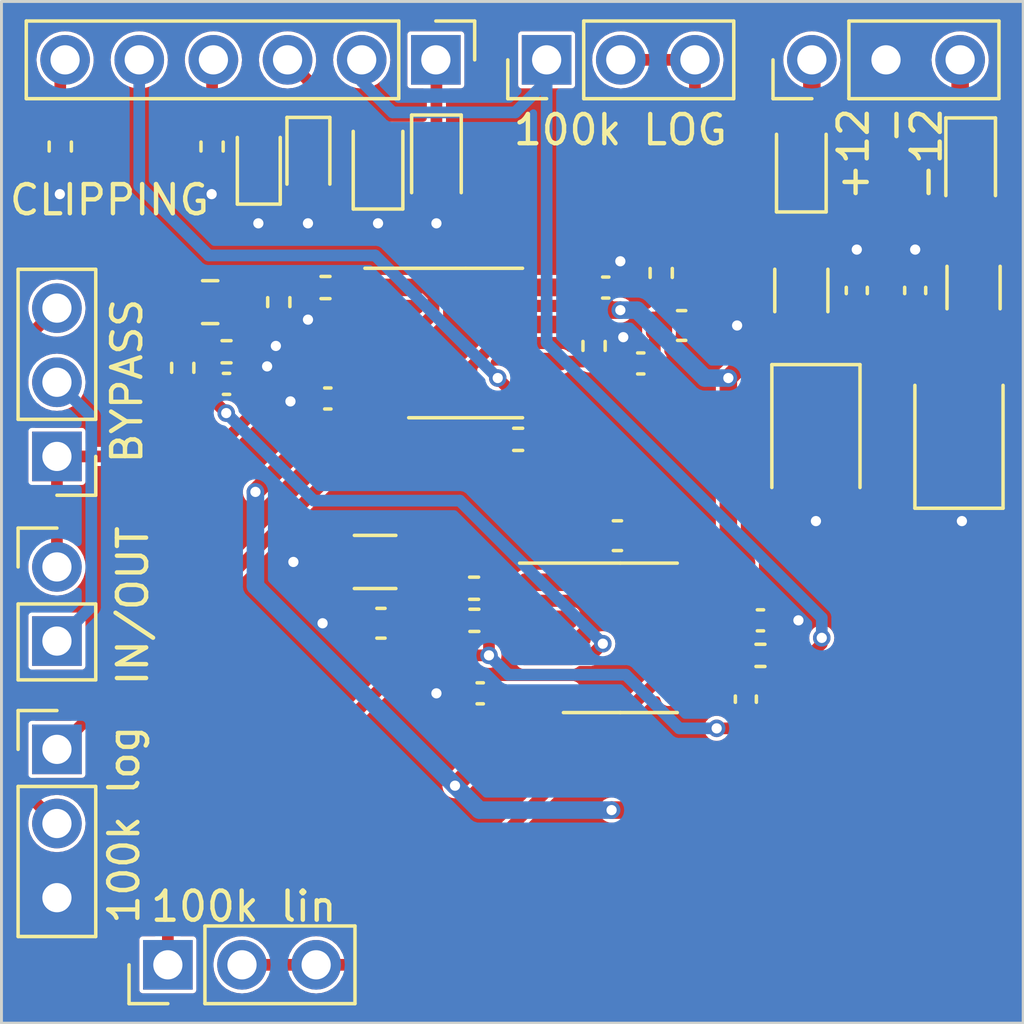
<source format=kicad_pcb>
(kicad_pcb (version 20221018) (generator pcbnew)
  (layers (0 "F.Cu" signal) (31 "B.Cu" signal) (34 "B.Paste" user) (35 "F.Paste" user) (36 "B.SilkS" user "B.Silkscreen") (37 "F.SilkS" user "F.Silkscreen") (38 "B.Mask" user) (39 "F.Mask" user) (44 "Edge.Cuts" user))
  (net 0 "")
  (net 1 "Net-(C1-Pad1)")
  (net 2 "Net-(C1-Pad2)")
  (net 3 "GND")
  (net 4 "/AMP_IN")
  (net 5 "Net-(C3-Pad1)")
  (net 6 "Net-(C3-Pad2)")
  (net 7 "Net-(U1--)")
  (net 8 "Net-(C4-Pad2)")
  (net 9 "Net-(C5-Pad2)")
  (net 10 "Net-(C6-Pad2)")
  (net 11 "Net-(C7-Pad2)")
  (net 12 "/BUFFER_IN")
  (net 13 "+12V")
  (net 14 "-12V")
  (net 15 "Net-(D1-A)")
  (net 16 "Net-(D3-A)")
  (net 17 "/IN")
  (net 18 "/OUT")
  (net 19 "Net-(U2A--)")
  (net 20 "/AMP_OUT")
  (net 21 "Net-(R8-Pad1)")
  (net 22 "Net-(SW1B-C)")
  (net 23 "Net-(SW1B-A)")
  (net 24 "Net-(SW1B-B)")
  (net 25 "Net-(R12-Pad2)")
  (net 26 "/BUFFER_OUT")
  (net 28 "Net-(D5-K)")
  (net 29 "Net-(D5-A)")
  (net 30 "Net-(D6-K)")
  (net 31 "Net-(D6-A)")
  (footprint "Capacitor_SMD:C_0805_2012Metric" (layer "F.Cu") (at 167.15 75.3 180)
    (fp_text reference "C1" hide)
    (fp_text value "22nF" hide)
    (fp_line (start -0.261252 -0.735) (end 0.261252 -0.735) (stroke (width 0.12)) (layer "F.SilkS"))
    (fp_line (start -0.261252 0.735) (end 0.261252 0.735) (stroke (width 0.12)) (layer "F.SilkS"))
    (pad "1" smd roundrect (at -0.95 0 180) (size 1 1.45) (layers "F.Cu" "F.Paste" "F.Mask") (net 1 "Net-(C1-Pad1)"))
    (pad "2" smd roundrect (at 0.95 0 180) (size 1 1.45) (layers "F.Cu" "F.Paste" "F.Mask") (net 2 "Net-(C1-Pad2)"))
  )
  (footprint "Resistor_SMD:R_0402_1005Metric" (layer "F.Cu") (at 180.3 76.8 90)
    (fp_text reference "R9" hide)
    (fp_text value "1M" hide)
    (fp_line (start -0.153641 -0.38) (end 0.153641 -0.38) (stroke (width 0.12)) (layer "F.SilkS"))
    (fp_line (start -0.153641 0.38) (end 0.153641 0.38) (stroke (width 0.12)) (layer "F.SilkS"))
    (pad "1" smd roundrect (at -0.51 0 90) (size 0.54 0.64) (layers "F.Cu" "F.Paste" "F.Mask") (net 12 "/BUFFER_IN"))
    (pad "2" smd roundrect (at 0.51 0 90) (size 0.54 0.64) (layers "F.Cu" "F.Paste" "F.Mask") (net 3 "GND"))
  )
  (footprint "Capacitor_SMD:C_0402_1005Metric" (layer "F.Cu") (at 186 86.2)
    (fp_text reference "C13" hide)
    (fp_text value "100nF" hide)
    (fp_line (start -0.107836 -0.36) (end 0.107836 -0.36) (stroke (width 0.12)) (layer "F.SilkS"))
    (fp_line (start -0.107836 0.36) (end 0.107836 0.36) (stroke (width 0.12)) (layer "F.SilkS"))
    (pad "1" smd roundrect (at -0.48 0) (size 0.56 0.62) (layers "F.Cu" "F.Paste" "F.Mask") (net 13 "+12V"))
    (pad "2" smd roundrect (at 0.48 0) (size 0.56 0.62) (layers "F.Cu" "F.Paste" "F.Mask") (net 3 "GND"))
  )
  (footprint "Resistor_SMD:R_0402_1005Metric" (layer "F.Cu") (at 176.19 85.1)
    (fp_text reference "R6" hide)
    (fp_text value "47" hide)
    (fp_line (start -0.153641 -0.38) (end 0.153641 -0.38) (stroke (width 0.12)) (layer "F.SilkS"))
    (fp_line (start -0.153641 0.38) (end 0.153641 0.38) (stroke (width 0.12)) (layer "F.SilkS"))
    (pad "1" smd roundrect (at -0.51 0) (size 0.54 0.64) (layers "F.Cu" "F.Paste" "F.Mask") (net 9 "Net-(C5-Pad2)"))
    (pad "2" smd roundrect (at 0.51 0) (size 0.54 0.64) (layers "F.Cu" "F.Paste" "F.Mask") (net 7 "Net-(U1--)"))
  )
  (footprint "Connector_PinHeader_2.54mm:PinHeader_1x03_P2.54mm_Vertical" (layer "F.Cu") (at 187.76 67 90)
    (fp_text reference "J1" hide)
    (fp_text value "ALIMENTAZIONE" hide)
    (fp_line (start -1.33 -1.33) (end 0 -1.33) (stroke (width 0.12)) (layer "F.SilkS"))
    (fp_line (start -1.33 0) (end -1.33 -1.33) (stroke (width 0.12)) (layer "F.SilkS"))
    (fp_line (start -1.33 1.27) (end -1.33 6.41) (stroke (width 0.12)) (layer "F.SilkS"))
    (fp_line (start -1.33 1.27) (end 1.33 1.27) (stroke (width 0.12)) (layer "F.SilkS"))
    (fp_line (start -1.33 6.41) (end 1.33 6.41) (stroke (width 0.12)) (layer "F.SilkS"))
    (fp_line (start 1.33 1.27) (end 1.33 6.41) (stroke (width 0.12)) (layer "F.SilkS"))
    (pad "1" thru_hole oval (at 0 0 90) (size 1.7 1.7) (drill 1) (layers "*.Cu" "*.Mask") (net 29 "Net-(D5-A)"))
    (pad "2" thru_hole rect (at 0 2.54 90) (size 1.7 1.7) (drill 1) (layers "*.Cu" "*.Mask") (net 3 "GND"))
    (pad "3" thru_hole oval (at 0 5.08 90) (size 1.7 1.7) (drill 1) (layers "*.Cu" "*.Mask") (net 30 "Net-(D6-K)"))
  )
  (footprint "Resistor_SMD:R_0402_1005Metric" (layer "F.Cu") (at 169.5 75.3 90)
    (fp_text reference "R2" hide)
    (fp_text value "4.7k" hide)
    (fp_line (start -0.153641 -0.38) (end 0.153641 -0.38) (stroke (width 0.12)) (layer "F.SilkS"))
    (fp_line (start -0.153641 0.38) (end 0.153641 0.38) (stroke (width 0.12)) (layer "F.SilkS"))
    (pad "1" smd roundrect (at -0.51 0 90) (size 0.54 0.64) (layers "F.Cu" "F.Paste" "F.Mask") (net 3 "GND"))
    (pad "2" smd roundrect (at 0.51 0 90) (size 0.54 0.64) (layers "F.Cu" "F.Paste" "F.Mask") (net 1 "Net-(C1-Pad1)"))
  )
  (footprint "Resistor_SMD:R_0402_1005Metric" (layer "F.Cu") (at 171.1 74.8 180)
    (fp_text reference "R1" hide)
    (fp_text value "100k" hide)
    (fp_line (start -0.153641 -0.38) (end 0.153641 -0.38) (stroke (width 0.12)) (layer "F.SilkS"))
    (fp_line (start -0.153641 0.38) (end 0.153641 0.38) (stroke (width 0.12)) (layer "F.SilkS"))
    (pad "1" smd roundrect (at -0.51 0 180) (size 0.54 0.64) (layers "F.Cu" "F.Paste" "F.Mask") (net 19 "Net-(U2A--)"))
    (pad "2" smd roundrect (at 0.51 0 180) (size 0.54 0.64) (layers "F.Cu" "F.Paste" "F.Mask") (net 1 "Net-(C1-Pad1)"))
  )
  (footprint "Capacitor_SMD:C_0402_1005Metric" (layer "F.Cu") (at 180.7 74.8)
    (fp_text reference "C15" hide)
    (fp_text value "100nF" hide)
    (fp_line (start -0.107836 -0.36) (end 0.107836 -0.36) (stroke (width 0.12)) (layer "F.SilkS"))
    (fp_line (start -0.107836 0.36) (end 0.107836 0.36) (stroke (width 0.12)) (layer "F.SilkS"))
    (pad "1" smd roundrect (at -0.48 0) (size 0.56 0.62) (layers "F.Cu" "F.Paste" "F.Mask") (net 13 "+12V"))
    (pad "2" smd roundrect (at 0.48 0) (size 0.56 0.62) (layers "F.Cu" "F.Paste" "F.Mask") (net 3 "GND"))
  )
  (footprint "Resistor_SMD:R_1206_3216Metric" (layer "F.Cu") (at 193.3 74.8 90)
    (fp_text reference "R14" hide)
    (fp_text value "10" hide)
    (fp_line (start -0.727064 -0.91) (end 0.727064 -0.91) (stroke (width 0.12)) (layer "F.SilkS"))
    (fp_line (start -0.727064 0.91) (end 0.727064 0.91) (stroke (width 0.12)) (layer "F.SilkS"))
    (pad "1" smd roundrect (at -1.4625 0 90) (size 1.125 1.75) (layers "F.Cu" "F.Paste" "F.Mask") (roundrect_rratio 0.222222) (net 14 "-12V"))
    (pad "2" smd roundrect (at 1.4625 0 90) (size 1.125 1.75) (layers "F.Cu" "F.Paste" "F.Mask") (roundrect_rratio 0.222222) (net 31 "Net-(D6-A)"))
  )
  (footprint "Resistor_SMD:R_0402_1005Metric" (layer "F.Cu") (at 186 87.4)
    (fp_text reference "R7" hide)
    (fp_text value "1k" hide)
    (fp_line (start -0.153641 -0.38) (end 0.153641 -0.38) (stroke (width 0.12)) (layer "F.SilkS"))
    (fp_line (start -0.153641 0.38) (end 0.153641 0.38) (stroke (width 0.12)) (layer "F.SilkS"))
    (pad "1" smd roundrect (at -0.51 0) (size 0.54 0.64) (layers "F.Cu" "F.Paste" "F.Mask") (net 8 "Net-(C4-Pad2)"))
    (pad "2" smd roundrect (at 0.51 0) (size 0.54 0.64) (layers "F.Cu" "F.Paste" "F.Mask") (net 20 "/AMP_OUT"))
  )
  (footprint "Connector_PinHeader_2.54mm:PinHeader_1x06_P2.54mm_Vertical" (layer "F.Cu") (at 174.88 67 -90)
    (fp_text reference "SW1" hide)
    (fp_text value "CLIPPING" (at 4.8 11.18 -180) (layer "F.SilkS"))
    (fp_line (start -1.33 -1.33) (end 0 -1.33) (stroke (width 0.12)) (layer "F.SilkS"))
    (fp_line (start -1.33 0) (end -1.33 -1.33) (stroke (width 0.12)) (layer "F.SilkS"))
    (fp_line (start -1.33 1.27) (end -1.33 14.03) (stroke (width 0.12)) (layer "F.SilkS"))
    (fp_line (start -1.33 1.27) (end 1.33 1.27) (stroke (width 0.12)) (layer "F.SilkS"))
    (fp_line (start -1.33 14.03) (end 1.33 14.03) (stroke (width 0.12)) (layer "F.SilkS"))
    (fp_line (start 1.33 1.27) (end 1.33 14.03) (stroke (width 0.12)) (layer "F.SilkS"))
    (pad "1" thru_hole rect (at 0 0 270) (size 1.7 1.7) (drill 1) (layers "*.Cu" "*.Mask") (net 15 "Net-(D1-A)"))
    (pad "2" thru_hole oval (at 0 2.54 270) (size 1.7 1.7) (drill 1) (layers "*.Cu" "*.Mask") (net 20 "/AMP_OUT"))
    (pad "3" thru_hole oval (at 0 5.08 270) (size 1.7 1.7) (drill 1) (layers "*.Cu" "*.Mask") (net 16 "Net-(D3-A)"))
    (pad "4" thru_hole oval (at 0 7.62 270) (size 1.7 1.7) (drill 1) (layers "*.Cu" "*.Mask") (net 23 "Net-(SW1B-A)"))
    (pad "5" thru_hole oval (at 0 10.16 270) (size 1.7 1.7) (drill 1) (layers "*.Cu" "*.Mask") (net 24 "Net-(SW1B-B)"))
    (pad "6" thru_hole oval (at 0 12.7 270) (size 1.7 1.7) (drill 1) (layers "*.Cu" "*.Mask") (net 22 "Net-(SW1B-C)"))
  )
  (footprint "Capacitor_Tantalum_SMD:CP_EIA-3528-12_Kemet-T" (layer "F.Cu") (at 187.9 79.9 -90)
    (fp_text reference "C9" hide)
    (fp_text value "47uF" hide)
    (fp_line (start -2.46 -1.51) (end -2.46 1.51) (stroke (width 0.12)) (layer "F.SilkS"))
    (fp_line (start -2.46 1.51) (end 1.75 1.51) (stroke (width 0.12)) (layer "F.SilkS"))
    (fp_line (start 1.75 -1.51) (end -2.46 -1.51) (stroke (width 0.12)) (layer "F.SilkS"))
    (pad "1" smd roundrect (at -1.5375 0 270) (size 1.325 2.35) (layers "F.Cu" "F.Paste" "F.Mask") (roundrect_rratio 0.188679) (net 13 "+12V"))
    (pad "2" smd roundrect (at 1.5375 0 270) (size 1.325 2.35) (layers "F.Cu" "F.Paste" "F.Mask") (roundrect_rratio 0.188679) (net 3 "GND"))
  )
  (footprint "LED_SMD:LED_0603_1608Metric" (layer "F.Cu") (at 168.815 70.4575 90)
    (fp_text reference "D3" hide)
    (fp_text value "LED" hide)
    (fp_line (start -1.485 -0.735) (end -1.485 0.735) (stroke (width 0.12)) (layer "F.SilkS"))
    (fp_line (start -1.485 0.735) (end 0.8 0.735) (stroke (width 0.12)) (layer "F.SilkS"))
    (fp_line (start 0.8 -0.735) (end -1.485 -0.735) (stroke (width 0.12)) (layer "F.SilkS"))
    (pad "1" smd roundrect (at -0.7875 0 90) (size 0.875 0.95) (layers "F.Cu" "F.Paste" "F.Mask") (net 3 "GND"))
    (pad "2" smd roundrect (at 0.7875 0 90) (size 0.875 0.95) (layers "F.Cu" "F.Paste" "F.Mask") (net 16 "Net-(D3-A)"))
  )
  (footprint "Connector_PinHeader_2.54mm:PinHeader_1x02_P2.54mm_Vertical" (layer "F.Cu") (at 161.9 84.37)
    (fp_text reference "J2" hide)
    (fp_text value "IN/OUT" (at 2.6 1.33 90) (layer "F.SilkS"))
    (fp_line (start -1.33 -1.33) (end 0 -1.33) (stroke (width 0.12)) (layer "F.SilkS"))
    (fp_line (start -1.33 0) (end -1.33 -1.33) (stroke (width 0.12)) (layer "F.SilkS"))
    (fp_line (start -1.33 1.27) (end -1.33 3.87) (stroke (width 0.12)) (layer "F.SilkS"))
    (fp_line (start -1.33 1.27) (end 1.33 1.27) (stroke (width 0.12)) (layer "F.SilkS"))
    (fp_line (start -1.33 3.87) (end 1.33 3.87) (stroke (width 0.12)) (layer "F.SilkS"))
    (fp_line (start 1.33 1.27) (end 1.33 3.87) (stroke (width 0.12)) (layer "F.SilkS"))
    (pad "1" thru_hole oval (at 0 0) (size 1.7 1.7) (drill 1) (layers "*.Cu" "*.Mask") (net 17 "/IN"))
    (pad "2" thru_hole rect (at 0 2.54) (size 1.7 1.7) (drill 1) (layers "*.Cu" "*.Mask") (net 18 "/OUT"))
  )
  (footprint "Resistor_SMD:R_1206_3216Metric" (layer "F.Cu") (at 187.4 74.9 90)
    (fp_text reference "R13" hide)
    (fp_text value "10" hide)
    (fp_line (start -0.727064 -0.91) (end 0.727064 -0.91) (stroke (width 0.12)) (layer "F.SilkS"))
    (fp_line (start -0.727064 0.91) (end 0.727064 0.91) (stroke (width 0.12)) (layer "F.SilkS"))
    (pad "1" smd roundrect (at -1.4625 0 90) (size 1.125 1.75) (layers "F.Cu" "F.Paste" "F.Mask") (roundrect_rratio 0.222222) (net 13 "+12V"))
    (pad "2" smd roundrect (at 1.4625 0 90) (size 1.125 1.75) (layers "F.Cu" "F.Paste" "F.Mask") (roundrect_rratio 0.222222) (net 28 "Net-(D5-K)"))
  )
  (footprint "Diode_SMD:D_SOD-323" (layer "F.Cu") (at 193.2 70.6 -90)
    (fp_text reference "D6" hide)
    (fp_text value "1N5819WS" hide)
    (fp_line (start -1.61 -0.85) (end -1.61 0.85) (stroke (width 0.12)) (layer "F.SilkS"))
    (fp_line (start -1.61 -0.85) (end 1.05 -0.85) (stroke (width 0.12)) (layer "F.SilkS"))
    (fp_line (start -1.61 0.85) (end 1.05 0.85) (stroke (width 0.12)) (layer "F.SilkS"))
    (pad "1" smd roundrect (at -1.05 0 270) (size 0.6 0.45) (layers "F.Cu" "F.Paste" "F.Mask") (net 30 "Net-(D6-K)"))
    (pad "2" smd roundrect (at 1.05 0 270) (size 0.6 0.45) (layers "F.Cu" "F.Paste" "F.Mask") (net 31 "Net-(D6-A)"))
  )
  (footprint "Capacitor_SMD:C_0402_1005Metric" (layer "F.Cu") (at 171.18 78.6)
    (fp_text reference "C16" hide)
    (fp_text value "100nF" hide)
    (fp_line (start -0.107836 -0.36) (end 0.107836 -0.36) (stroke (width 0.12)) (layer "F.SilkS"))
    (fp_line (start -0.107836 0.36) (end 0.107836 0.36) (stroke (width 0.12)) (layer "F.SilkS"))
    (pad "1" smd roundrect (at -0.48 0) (size 0.56 0.62) (layers "F.Cu" "F.Paste" "F.Mask") (net 3 "GND"))
    (pad "2" smd roundrect (at 0.48 0) (size 0.56 0.62) (layers "F.Cu" "F.Paste" "F.Mask") (net 14 "-12V"))
  )
  (footprint "Capacitor_SMD:C_1206_3216Metric" (layer "F.Cu") (at 172.8 84.2)
    (fp_text reference "C5" hide)
    (fp_text value "2.2uF" hide)
    (fp_line (start -0.711252 -0.91) (end 0.711252 -0.91) (stroke (width 0.12)) (layer "F.SilkS"))
    (fp_line (start -0.711252 0.91) (end 0.711252 0.91) (stroke (width 0.12)) (layer "F.SilkS"))
    (pad "1" smd roundrect (at -1.475 0) (size 1.15 1.8) (layers "F.Cu" "F.Paste" "F.Mask") (roundrect_rratio 0.217391) (net 3 "GND"))
    (pad "2" smd roundrect (at 1.475 0) (size 1.15 1.8) (layers "F.Cu" "F.Paste" "F.Mask") (roundrect_rratio 0.217391) (net 9 "Net-(C5-Pad2)"))
  )
  (footprint "Capacitor_SMD:C_0402_1005Metric" (layer "F.Cu") (at 185.5 88.9 90)
    (fp_text reference "C4" hide)
    (fp_text value "100pF" hide)
    (fp_line (start -0.107836 -0.36) (end 0.107836 -0.36) (stroke (width 0.12)) (layer "F.SilkS"))
    (fp_line (start -0.107836 0.36) (end 0.107836 0.36) (stroke (width 0.12)) (layer "F.SilkS"))
    (pad "1" smd roundrect (at -0.48 0 90) (size 0.56 0.62) (layers "F.Cu" "F.Paste" "F.Mask") (net 7 "Net-(U1--)"))
    (pad "2" smd roundrect (at 0.48 0 90) (size 0.56 0.62) (layers "F.Cu" "F.Paste" "F.Mask") (net 8 "Net-(C4-Pad2)"))
  )
  (footprint "Package_SO:SO-8_3.9x4.9mm_P1.27mm" (layer "F.Cu") (at 175.9 76.7)
    (fp_text reference "U2" hide)
    (fp_text value "TL072" hide)
    (fp_line (start 0 -2.56) (end -3.45 -2.56) (stroke (width 0.12)) (layer "F.SilkS"))
    (fp_line (start 0 -2.56) (end 1.95 -2.56) (stroke (width 0.12)) (layer "F.SilkS"))
    (fp_line (start 0 2.56) (end -1.95 2.56) (stroke (width 0.12)) (layer "F.SilkS"))
    (fp_line (start 0 2.56) (end 1.95 2.56) (stroke (width 0.12)) (layer "F.SilkS"))
    (pad "1" smd roundrect (at -2.575 -1.905) (size 1.75 0.6) (layers "F.Cu" "F.Paste" "F.Mask") (net 19 "Net-(U2A--)"))
    (pad "2" smd roundrect (at -2.575 -0.635) (size 1.75 0.6) (layers "F.Cu" "F.Paste" "F.Mask") (net 19 "Net-(U2A--)"))
    (pad "3" smd roundrect (at -2.575 0.635) (size 1.75 0.6) (layers "F.Cu" "F.Paste" "F.Mask") (net 17 "/IN"))
    (pad "4" smd roundrect (at -2.575 1.905) (size 1.75 0.6) (layers "F.Cu" "F.Paste" "F.Mask") (net 14 "-12V"))
    (pad "5" smd roundrect (at 2.575 1.905) (size 1.75 0.6) (layers "F.Cu" "F.Paste" "F.Mask") (net 24 "Net-(SW1B-B)"))
    (pad "6" smd roundrect (at 2.575 0.635) (size 1.75 0.6) (layers "F.Cu" "F.Paste" "F.Mask") (net 12 "/BUFFER_IN"))
    (pad "7" smd roundrect (at 2.575 -0.635) (size 1.75 0.6) (layers "F.Cu" "F.Paste" "F.Mask") (net 25 "Net-(R12-Pad2)"))
    (pad "8" smd roundrect (at 2.575 -1.905) (size 1.75 0.6) (layers "F.Cu" "F.Paste" "F.Mask") (net 13 "+12V"))
  )
  (footprint "Diode_SMD:D_SOD-323" (layer "F.Cu") (at 172.9 70.5 90)
    (fp_text reference "D1" hide)
    (fp_text value "1N4148WS" hide)
    (fp_line (start -1.61 -0.85) (end -1.61 0.85) (stroke (width 0.12)) (layer "F.SilkS"))
    (fp_line (start -1.61 -0.85) (end 1.05 -0.85) (stroke (width 0.12)) (layer "F.SilkS"))
    (fp_line (start -1.61 0.85) (end 1.05 0.85) (stroke (width 0.12)) (layer "F.SilkS"))
    (pad "1" smd roundrect (at -1.05 0 90) (size 0.6 0.45) (layers "F.Cu" "F.Paste" "F.Mask") (net 3 "GND"))
    (pad "2" smd roundrect (at 1.05 0 90) (size 0.6 0.45) (layers "F.Cu" "F.Paste" "F.Mask") (net 15 "Net-(D1-A)"))
  )
  (footprint "Capacitor_Tantalum_SMD:CP_EIA-3528-12_Kemet-T" (layer "F.Cu") (at 192.8 79.9 90)
    (fp_text reference "C10" hide)
    (fp_text value "47uF" hide)
    (fp_line (start -2.46 -1.51) (end -2.46 1.51) (stroke (width 0.12)) (layer "F.SilkS"))
    (fp_line (start -2.46 1.51) (end 1.75 1.51) (stroke (width 0.12)) (layer "F.SilkS"))
    (fp_line (start 1.75 -1.51) (end -2.46 -1.51) (stroke (width 0.12)) (layer "F.SilkS"))
    (pad "1" smd roundrect (at -1.5375 0 90) (size 1.325 2.35) (layers "F.Cu" "F.Paste" "F.Mask") (roundrect_rratio 0.188679) (net 3 "GND"))
    (pad "2" smd roundrect (at 1.5375 0 90) (size 1.325 2.35) (layers "F.Cu" "F.Paste" "F.Mask") (roundrect_rratio 0.188679) (net 14 "-12V"))
  )
  (footprint "Resistor_SMD:R_0402_1005Metric" (layer "F.Cu") (at 182.6 74.3 -90)
    (fp_text reference "R8" hide)
    (fp_text value "1.5k" hide)
    (fp_line (start -0.153641 -0.38) (end 0.153641 -0.38) (stroke (width 0.12)) (layer "F.SilkS"))
    (fp_line (start -0.153641 0.38) (end 0.153641 0.38) (stroke (width 0.12)) (layer "F.SilkS"))
    (pad "1" smd roundrect (at -0.51 0 270) (size 0.54 0.64) (layers "F.Cu" "F.Paste" "F.Mask") (net 21 "Net-(R8-Pad1)"))
    (pad "2" smd roundrect (at 0.51 0 270) (size 0.54 0.64) (layers "F.Cu" "F.Paste" "F.Mask") (net 11 "Net-(C7-Pad2)"))
  )
  (footprint "Resistor_SMD:R_0402_1005Metric" (layer "F.Cu") (at 176.2 86.2)
    (fp_text reference "R5" hide)
    (fp_text value "560" hide)
    (fp_line (start -0.153641 -0.38) (end 0.153641 -0.38) (stroke (width 0.12)) (layer "F.SilkS"))
    (fp_line (start -0.153641 0.38) (end 0.153641 0.38) (stroke (width 0.12)) (layer "F.SilkS"))
    (pad "1" smd roundrect (at -0.51 0) (size 0.54 0.64) (layers "F.Cu" "F.Paste" "F.Mask") (net 10 "Net-(C6-Pad2)"))
    (pad "2" smd roundrect (at 0.51 0) (size 0.54 0.64) (layers "F.Cu" "F.Paste" "F.Mask") (net 7 "Net-(U1--)"))
  )
  (footprint "Capacitor_SMD:C_0603_1608Metric" (layer "F.Cu") (at 173 86.3)
    (fp_text reference "C6" hide)
    (fp_text value "4.7uF" hide)
    (fp_line (start -0.14058 -0.51) (end 0.14058 -0.51) (stroke (width 0.12)) (layer "F.SilkS"))
    (fp_line (start -0.14058 0.51) (end 0.14058 0.51) (stroke (width 0.12)) (layer "F.SilkS"))
    (pad "1" smd roundrect (at -0.775 0) (size 0.9 0.95) (layers "F.Cu" "F.Paste" "F.Mask") (net 3 "GND"))
    (pad "2" smd roundrect (at 0.775 0) (size 0.9 0.95) (layers "F.Cu" "F.Paste" "F.Mask") (net 10 "Net-(C6-Pad2)"))
  )
  (footprint "Capacitor_SMD:C_0402_1005Metric" (layer "F.Cu") (at 181.9 77.4)
    (fp_text reference "C8" hide)
    (fp_text value "1nF" hide)
    (fp_line (start -0.107836 -0.36) (end 0.107836 -0.36) (stroke (width 0.12)) (layer "F.SilkS"))
    (fp_line (start -0.107836 0.36) (end 0.107836 0.36) (stroke (width 0.12)) (layer "F.SilkS"))
    (pad "1" smd roundrect (at -0.48 0) (size 0.56 0.62) (layers "F.Cu" "F.Paste" "F.Mask") (net 12 "/BUFFER_IN"))
    (pad "2" smd roundrect (at 0.48 0) (size 0.56 0.62) (layers "F.Cu" "F.Paste" "F.Mask") (net 11 "Net-(C7-Pad2)"))
  )
  (footprint "Resistor_SMD:R_0402_1005Metric" (layer "F.Cu") (at 167.71 77)
    (fp_text reference "R3" hide)
    (fp_text value "1M" hide)
    (fp_line (start -0.153641 -0.38) (end 0.153641 -0.38) (stroke (width 0.12)) (layer "F.SilkS"))
    (fp_line (start -0.153641 0.38) (end 0.153641 0.38) (stroke (width 0.12)) (layer "F.SilkS"))
    (pad "1" smd roundrect (at -0.51 0) (size 0.54 0.64) (layers "F.Cu" "F.Paste" "F.Mask") (net 2 "Net-(C1-Pad2)"))
    (pad "2" smd roundrect (at 0.51 0) (size 0.54 0.64) (layers "F.Cu" "F.Paste" "F.Mask") (net 3 "GND"))
  )
  (footprint "Diode_SMD:D_SOD-323" (layer "F.Cu") (at 187.4 70.6 90)
    (fp_text reference "D5" hide)
    (fp_text value "1N5819WS" hide)
    (fp_line (start -1.61 -0.85) (end -1.61 0.85) (stroke (width 0.12)) (layer "F.SilkS"))
    (fp_line (start -1.61 -0.85) (end 1.05 -0.85) (stroke (width 0.12)) (layer "F.SilkS"))
    (fp_line (start -1.61 0.85) (end 1.05 0.85) (stroke (width 0.12)) (layer "F.SilkS"))
    (pad "1" smd roundrect (at -1.05 0 90) (size 0.6 0.45) (layers "F.Cu" "F.Paste" "F.Mask") (net 28 "Net-(D5-K)"))
    (pad "2" smd roundrect (at 1.05 0 90) (size 0.6 0.45) (layers "F.Cu" "F.Paste" "F.Mask") (net 29 "Net-(D5-A)"))
  )
  (footprint "Diode_SMD:D_SOD-323" (layer "F.Cu") (at 174.9 70.5 -90)
    (fp_text reference "D2" hide)
    (fp_text value "1N4148WS" hide)
    (fp_line (start -1.61 -0.85) (end -1.61 0.85) (stroke (width 0.12)) (layer "F.SilkS"))
    (fp_line (start -1.61 -0.85) (end 1.05 -0.85) (stroke (width 0.12)) (layer "F.SilkS"))
    (fp_line (start -1.61 0.85) (end 1.05 0.85) (stroke (width 0.12)) (layer "F.SilkS"))
    (pad "1" smd roundrect (at -1.05 0 270) (size 0.6 0.45) (layers "F.Cu" "F.Paste" "F.Mask") (net 15 "Net-(D1-A)"))
    (pad "2" smd roundrect (at 1.05 0 270) (size 0.6 0.45) (layers "F.Cu" "F.Paste" "F.Mask") (net 3 "GND"))
  )
  (footprint "Connector_PinHeader_2.54mm:PinHeader_1x03_P2.54mm_Vertical" (layer "F.Cu") (at 161.9 90.62)
    (fp_text reference "RV3" hide)
    (fp_text value "100k log" (at 2.3 2.58 90) (layer "F.SilkS"))
    (fp_line (start -1.33 -1.33) (end 0 -1.33) (stroke (width 0.12)) (layer "F.SilkS"))
    (fp_line (start -1.33 0) (end -1.33 -1.33) (stroke (width 0.12)) (layer "F.SilkS"))
    (fp_line (start -1.33 1.27) (end -1.33 6.41) (stroke (width 0.12)) (layer "F.SilkS"))
    (fp_line (start -1.33 1.27) (end 1.33 1.27) (stroke (width 0.12)) (layer "F.SilkS"))
    (fp_line (start -1.33 6.41) (end 1.33 6.41) (stroke (width 0.12)) (layer "F.SilkS"))
    (fp_line (start 1.33 1.27) (end 1.33 6.41) (stroke (width 0.12)) (layer "F.SilkS"))
    (pad "1" thru_hole rect (at 0 0) (size 1.7 1.7) (drill 1) (layers "*.Cu" "*.Mask") (net 25 "Net-(R12-Pad2)"))
    (pad "2" thru_hole oval (at 0 2.54) (size 1.7 1.7) (drill 1) (layers "*.Cu" "*.Mask") (net 26 "/BUFFER_OUT"))
    (pad "3" thru_hole oval (at 0 5.08) (size 1.7 1.7) (drill 1) (layers "*.Cu" "*.Mask") (net 3 "GND"))
  )
  (footprint "Capacitor_SMD:C_0402_1005Metric" (layer "F.Cu") (at 167.71 78.1 180)
    (fp_text reference "C2" hide)
    (fp_text value "1nF" hide)
    (fp_line (start -0.107836 -0.36) (end 0.107836 -0.36) (stroke (width 0.12)) (layer "F.SilkS"))
    (fp_line (start -0.107836 0.36) (end 0.107836 0.36) (stroke (width 0.12)) (layer "F.SilkS"))
    (pad "1" smd roundrect (at -0.48 0 180) (size 0.56 0.62) (layers "F.Cu" "F.Paste" "F.Mask") (net 3 "GND"))
    (pad "2" smd roundrect (at 0.48 0 180) (size 0.56 0.62) (layers "F.Cu" "F.Paste" "F.Mask") (net 4 "/AMP_IN"))
  )
  (footprint "Capacitor_SMD:C_0603_1608Metric" (layer "F.Cu") (at 181.1 83.3)
    (fp_text reference "C3" hide)
    (fp_text value "30pF" hide)
    (fp_line (start -0.14058 -0.51) (end 0.14058 -0.51) (stroke (width 0.12)) (layer "F.SilkS"))
    (fp_line (start -0.14058 0.51) (end 0.14058 0.51) (stroke (width 0.12)) (layer "F.SilkS"))
    (pad "1" smd roundrect (at -0.775 0) (size 0.9 0.95) (layers "F.Cu" "F.Paste" "F.Mask") (net 5 "Net-(C3-Pad1)"))
    (pad "2" smd roundrect (at 0.775 0) (size 0.9 0.95) (layers "F.Cu" "F.Paste" "F.Mask") (net 6 "Net-(C3-Pad2)"))
  )
  (footprint "Connector_PinHeader_2.54mm:PinHeader_1x03_P2.54mm_Vertical" (layer "F.Cu") (at 161.9 80.585 180)
    (fp_text reference "SW2" hide)
    (fp_text value "BYPASS" (at -2.4 2.585 90) (layer "F.SilkS"))
    (fp_line (start -1.33 -1.33) (end 0 -1.33) (stroke (width 0.12)) (layer "F.SilkS"))
    (fp_line (start -1.33 0) (end -1.33 -1.33) (stroke (width 0.12)) (layer "F.SilkS"))
    (fp_line (start -1.33 1.27) (end -1.33 6.41) (stroke (width 0.12)) (layer "F.SilkS"))
    (fp_line (start -1.33 1.27) (end 1.33 1.27) (stroke (width 0.12)) (layer "F.SilkS"))
    (fp_line (start -1.33 6.41) (end 1.33 6.41) (stroke (width 0.12)) (layer "F.SilkS"))
    (fp_line (start 1.33 1.27) (end 1.33 6.41) (stroke (width 0.12)) (layer "F.SilkS"))
    (pad "1" thru_hole rect (at 0 0 180) (size 1.7 1.7) (drill 1) (layers "*.Cu" "*.Mask") (net 17 "/IN"))
    (pad "2" thru_hole oval (at 0 2.54 180) (size 1.7 1.7) (drill 1) (layers "*.Cu" "*.Mask") (net 18 "/OUT"))
    (pad "3" thru_hole oval (at 0 5.08 180) (size 1.7 1.7) (drill 1) (layers "*.Cu" "*.Mask") (net 26 "/BUFFER_OUT"))
  )
  (footprint "Resistor_SMD:R_0402_1005Metric" (layer "F.Cu") (at 162.015 69.97 90)
    (fp_text reference "R10" hide)
    (fp_text value "3.3k" hide)
    (fp_line (start -0.153641 -0.38) (end 0.153641 -0.38) (stroke (width 0.12)) (layer "F.SilkS"))
    (fp_line (start -0.153641 0.38) (end 0.153641 0.38) (stroke (width 0.12)) (layer "F.SilkS"))
    (pad "1" smd roundrect (at -0.51 0 90) (size 0.54 0.64) (layers "F.Cu" "F.Paste" "F.Mask") (net 3 "GND"))
    (pad "2" smd roundrect (at 0.51 0 90) (size 0.54 0.64) (layers "F.Cu" "F.Paste" "F.Mask") (net 22 "Net-(SW1B-C)"))
  )
  (footprint "LED_SMD:LED_0603_1608Metric" (layer "F.Cu") (at 170.515 70.4575 -90)
    (fp_text reference "D4" hide)
    (fp_text value "LED" hide)
    (fp_line (start -1.485 -0.735) (end -1.485 0.735) (stroke (width 0.12)) (layer "F.SilkS"))
    (fp_line (start -1.485 0.735) (end 0.8 0.735) (stroke (width 0.12)) (layer "F.SilkS"))
    (fp_line (start 0.8 -0.735) (end -1.485 -0.735) (stroke (width 0.12)) (layer "F.SilkS"))
    (pad "1" smd roundrect (at -0.7875 0 270) (size 0.875 0.95) (layers "F.Cu" "F.Paste" "F.Mask") (net 16 "Net-(D3-A)"))
    (pad "2" smd roundrect (at 0.7875 0 270) (size 0.875 0.95) (layers "F.Cu" "F.Paste" "F.Mask") (net 3 "GND"))
  )
  (footprint "Resistor_SMD:R_0402_1005Metric" (layer "F.Cu") (at 167.215 69.97 90)
    (fp_text reference "R11" hide)
    (fp_text value "1k" hide)
    (fp_line (start -0.153641 -0.38) (end 0.153641 -0.38) (stroke (width 0.12)) (layer "F.SilkS"))
    (fp_line (start -0.153641 0.38) (end 0.153641 0.38) (stroke (width 0.12)) (layer "F.SilkS"))
    (pad "1" smd roundrect (at -0.51 0 90) (size 0.54 0.64) (layers "F.Cu" "F.Paste" "F.Mask") (net 3 "GND"))
    (pad "2" smd roundrect (at 0.51 0 90) (size 0.54 0.64) (layers "F.Cu" "F.Paste" "F.Mask") (net 23 "Net-(SW1B-A)"))
  )
  (footprint "Resistor_SMD:R_0402_1005Metric" (layer "F.Cu") (at 166.21 77.55 -90)
    (fp_text reference "R4" hide)
    (fp_text value "1k" hide)
    (fp_line (start -0.153641 -0.38) (end 0.153641 -0.38) (stroke (width 0.12)) (layer "F.SilkS"))
    (fp_line (start -0.153641 0.38) (end 0.153641 0.38) (stroke (width 0.12)) (layer "F.SilkS"))
    (pad "1" smd roundrect (at -0.51 0 270) (size 0.54 0.64) (layers "F.Cu" "F.Paste" "F.Mask") (net 2 "Net-(C1-Pad2)"))
    (pad "2" smd roundrect (at 0.51 0 270) (size 0.54 0.64) (layers "F.Cu" "F.Paste" "F.Mask") (net 4 "/AMP_IN"))
  )
  (footprint "Capacitor_SMD:C_0603_1608Metric" (layer "F.Cu") (at 183.3 76.1 180)
    (fp_text reference "C7" hide)
    (fp_text value "3.3nF" hide)
    (fp_line (start -0.14058 -0.51) (end 0.14058 -0.51) (stroke (width 0.12)) (layer "F.SilkS"))
    (fp_line (start -0.14058 0.51) (end 0.14058 0.51) (stroke (width 0.12)) (layer "F.SilkS"))
    (pad "1" smd roundrect (at -0.775 0 180) (size 0.9 0.95) (layers "F.Cu" "F.Paste" "F.Mask") (net 3 "GND"))
    (pad "2" smd roundrect (at 0.775 0 180) (size 0.9 0.95) (layers "F.Cu" "F.Paste" "F.Mask") (net 11 "Net-(C7-Pad2)"))
  )
  (footprint "Connector_PinHeader_2.54mm:PinHeader_1x03_P2.54mm_Vertical" (layer "F.Cu") (at 178.675 67 90)
    (fp_text reference "RV2" hide)
    (fp_text value "100k LOG" (at -2.4 2.525 180) (layer "F.SilkS"))
    (fp_line (start -1.33 -1.33) (end 0 -1.33) (stroke (width 0.12)) (layer "F.SilkS"))
    (fp_line (start -1.33 0) (end -1.33 -1.33) (stroke (width 0.12)) (layer "F.SilkS"))
    (fp_line (start -1.33 1.27) (end -1.33 6.41) (stroke (width 0.12)) (layer "F.SilkS"))
    (fp_line (start -1.33 1.27) (end 1.33 1.27) (stroke (width 0.12)) (layer "F.SilkS"))
    (fp_line (start -1.33 6.41) (end 1.33 6.41) (stroke (width 0.12)) (layer "F.SilkS"))
    (fp_line (start 1.33 1.27) (end 1.33 6.41) (stroke (width 0.12)) (layer "F.SilkS"))
    (pad "1" thru_hole rect (at 0 0 90) (size 1.7 1.7) (drill 1) (layers "*.Cu" "*.Mask") (net 20 "/AMP_OUT"))
    (pad "2" thru_hole oval (at 0 2.54 90) (size 1.7 1.7) (drill 1) (layers "*.Cu" "*.Mask") (net 21 "Net-(R8-Pad1)"))
    (pad "3" thru_hole oval (at 0 5.08 90) (size 1.7 1.7) (drill 1) (layers "*.Cu" "*.Mask") (net 21 "Net-(R8-Pad1)"))
  )
  (footprint "Package_SO:SOIC-8_3.9x4.9mm_P1.27mm" (layer "F.Cu") (at 181.2 86.8)
    (fp_text reference "U1" hide)
    (fp_text value "OP07" hide)
    (fp_line (start 0 -2.56) (end -3.45 -2.56) (stroke (width 0.12)) (layer "F.SilkS"))
    (fp_line (start 0 -2.56) (end 1.95 -2.56) (stroke (width 0.12)) (layer "F.SilkS"))
    (fp_line (start 0 2.56) (end -1.95 2.56) (stroke (width 0.12)) (layer "F.SilkS"))
    (fp_line (start 0 2.56) (end 1.95 2.56) (stroke (width 0.12)) (layer "F.SilkS"))
    (pad "1" smd roundrect (at -2.475 -1.905) (size 1.95 0.6) (layers "F.Cu" "F.Paste" "F.Mask") (net 5 "Net-(C3-Pad1)"))
    (pad "2" smd roundrect (at -2.475 -0.635) (size 1.95 0.6) (layers "F.Cu" "F.Paste" "F.Mask") (net 7 "Net-(U1--)"))
    (pad "3" smd roundrect (at -2.475 0.635) (size 1.95 0.6) (layers "F.Cu" "F.Paste" "F.Mask") (net 4 "/AMP_IN"))
    (pad "4" smd roundrect (at -2.475 1.905) (size 1.95 0.6) (layers "F.Cu" "F.Paste" "F.Mask") (net 14 "-12V"))
    (pad "5" smd roundrect (at 2.475 1.905) (size 1.95 0.6) (layers "F.Cu" "F.Paste" "F.Mask"))
    (pad "6" smd roundrect (at 2.475 0.635) (size 1.95 0.6) (layers "F.Cu" "F.Paste" "F.Mask") (net 8 "Net-(C4-Pad2)"))
    (pad "7" smd roundrect (at 2.475 -0.635) (size 1.95 0.6) (layers "F.Cu" "F.Paste" "F.Mask") (net 13 "+12V"))
    (pad "8" smd roundrect (at 2.475 -1.905) (size 1.95 0.6) (layers "F.Cu" "F.Paste" "F.Mask") (net 6 "Net-(C3-Pad2)"))
  )
  (footprint "Capacitor_SMD:C_0402_1005Metric" (layer "F.Cu") (at 189.3 74.9 90)
    (fp_text reference "C11" hide)
    (fp_text value "100nF" hide)
    (fp_line (start -0.107836 -0.36) (end 0.107836 -0.36) (stroke (width 0.12)) (layer "F.SilkS"))
    (fp_line (start -0.107836 0.36) (end 0.107836 0.36) (stroke (width 0.12)) (layer "F.SilkS"))
    (pad "1" smd roundrect (at -0.48 0 90) (size 0.56 0.62) (layers "F.Cu" "F.Paste" "F.Mask") (net 13 "+12V"))
    (pad "2" smd roundrect (at 0.48 0 90) (size 0.56 0.62) (layers "F.Cu" "F.Paste" "F.Mask") (net 3 "GND"))
  )
  (footprint "Connector_PinHeader_2.54mm:PinHeader_1x03_P2.54mm_Vertical" (layer "F.Cu") (at 165.7 98 90)
    (fp_text reference "RV1" hide)
    (fp_text value "100k lin" (at 2 2.6 180) (layer "F.SilkS"))
    (fp_line (start -1.33 -1.33) (end 0 -1.33) (stroke (width 0.12)) (layer "F.SilkS"))
    (fp_line (start -1.33 0) (end -1.33 -1.33) (stroke (width 0.12)) (layer "F.SilkS"))
    (fp_line (start -1.33 1.27) (end -1.33 6.41) (stroke (width 0.12)) (layer "F.SilkS"))
    (fp_line (start -1.33 1.27) (end 1.33 1.27) (stroke (width 0.12)) (layer "F.SilkS"))
    (fp_line (start -1.33 6.41) (end 1.33 6.41) (stroke (width 0.12)) (layer "F.SilkS"))
    (fp_line (start 1.33 1.27) (end 1.33 6.41) (stroke (width 0.12)) (layer "F.SilkS"))
    (pad "1" thru_hole rect (at 0 0 90) (size 1.7 1.7) (drill 1) (layers "*.Cu" "*.Mask") (net 7 "Net-(U1--)"))
    (pad "2" thru_hole oval (at 0 2.54 90) (size 1.7 1.7) (drill 1) (layers "*.Cu" "*.Mask") (net 8 "Net-(C4-Pad2)"))
    (pad "3" thru_hole oval (at 0 5.08 90) (size 1.7 1.7) (drill 1) (layers "*.Cu" "*.Mask") (net 8 "Net-(C4-Pad2)"))
  )
  (footprint "Capacitor_SMD:C_0402_1005Metric" (layer "F.Cu") (at 176.4 88.7)
    (fp_text reference "C14" hide)
    (fp_text value "100nF" hide)
    (fp_line (start -0.107836 -0.36) (end 0.107836 -0.36) (stroke (width 0.12)) (layer "F.SilkS"))
    (fp_line (start -0.107836 0.36) (end 0.107836 0.36) (stroke (width 0.12)) (layer "F.SilkS"))
    (pad "1" smd roundrect (at -0.48 0) (size 0.56 0.62) (layers "F.Cu" "F.Paste" "F.Mask") (net 3 "GND"))
    (pad "2" smd roundrect (at 0.48 0) (size 0.56 0.62) (layers "F.Cu" "F.Paste" "F.Mask") (net 14 "-12V"))
  )
  (footprint "Resistor_SMD:R_0402_1005Metric" (layer "F.Cu") (at 177.7 80 180)
    (fp_text reference "R12" hide)
    (fp_text value "10k" hide)
    (fp_line (start -0.153641 -0.38) (end 0.153641 -0.38) (stroke (width 0.12)) (layer "F.SilkS"))
    (fp_line (start -0.153641 0.38) (end 0.153641 0.38) (stroke (width 0.12)) (layer "F.SilkS"))
    (pad "1" smd roundrect (at -0.51 0 180) (size 0.54 0.64) (layers "F.Cu" "F.Paste" "F.Mask") (net 24 "Net-(SW1B-B)"))
    (pad "2" smd roundrect (at 0.51 0 180) (size 0.54 0.64) (layers "F.Cu" "F.Paste" "F.Mask") (net 25 "Net-(R12-Pad2)"))
  )
  (footprint "Capacitor_SMD:C_0402_1005Metric" (layer "F.Cu") (at 191.3 74.9 -90)
    (fp_text reference "C12" hide)
    (fp_text value "100nF" hide)
    (fp_line (start -0.107836 -0.36) (end 0.107836 -0.36) (stroke (width 0.12)) (layer "F.SilkS"))
    (fp_line (start -0.107836 0.36) (end 0.107836 0.36) (stroke (width 0.12)) (layer "F.SilkS"))
    (pad "1" smd roundrect (at -0.48 0 270) (size 0.56 0.62) (layers "F.Cu" "F.Paste" "F.Mask") (net 3 "GND"))
    (pad "2" smd roundrect (at 0.48 0 270) (size 0.56 0.62) (layers "F.Cu" "F.Paste" "F.Mask") (net 14 "-12V"))
  )
  (gr_rect (start 160 65) (end 195 100) (stroke (width 0.1)) (fill none) (layer "Edge.Cuts"))
  (gr_text "-12" (at 192.27 71.9 90) (layer "F.SilkS") (effects (font (size 1 1)) (justify left bottom)))
  (gr_text "-" (at 191.17 69.95 90) (layer "F.SilkS") (effects (font (size 1 1)) (justify left bottom)))
  (gr_text "+12" (at 189.77 71.9 90) (layer "F.SilkS") (effects (font (size 1 1)) (justify left bottom)))
  (segment (start 169.5 74.79) (end 168.61 74.79) (width 0.4) (layer "F.Cu") (net 1))
  (segment (start 168.61 74.79) (end 168.1 75.3) (width 0.4) (layer "F.Cu") (net 1))
  (segment (start 169.51 74.8) (end 169.5 74.79) (width 0.4) (layer "F.Cu") (net 1))
  (segment (start 170.59 74.8) (end 169.51 74.8) (width 0.4) (layer "F.Cu") (net 1))
  (segment (start 167.2 76.7) (end 167.2 77) (width 0.4) (layer "F.Cu") (net 2))
  (segment (start 167.2 77) (end 166.25 77) (width 0.4) (layer "F.Cu") (net 2))
  (segment (start 166.2 75.7) (end 167.2 76.7) (width 0.4) (layer "F.Cu") (net 2))
  (segment (start 166.2 75.3) (end 166.2 75.7) (width 0.4) (layer "F.Cu") (net 2))
  (segment (start 166.25 77) (end 166.21 77.04) (width 0.4) (layer "F.Cu") (net 2))
  (via (at 192.9 82.8) (size 0.6) (drill 0.35) (layers "F.Cu" "B.Cu") (net 3))
  (via (at 167.2 71.6) (size 0.6) (drill 0.35) (layers "F.Cu" "B.Cu") (net 3))
  (via (at 169.9 78.7) (size 0.6) (drill 0.35) (layers "F.Cu" "B.Cu") (net 3))
  (via (at 181.2 73.9) (size 0.6) (drill 0.35) (layers "F.Cu" "B.Cu") (net 3))
  (via (at 187.9 82.8) (size 0.6) (drill 0.35) (layers "F.Cu" "B.Cu") (net 3))
  (via (at 169.4 76.8) (size 0.6) (drill 0.35) (layers "F.Cu" "B.Cu") (net 3))
  (via (at 170 84.2) (size 0.6) (drill 0.35) (layers "F.Cu" "B.Cu") (net 3))
  (via (at 172.9 72.6) (size 0.6) (drill 0.35) (layers "F.Cu" "B.Cu") (net 3))
  (via (at 174.9 72.6) (size 0.6) (drill 0.35) (layers "F.Cu" "B.Cu") (net 3))
  (via (at 162 71.6) (size 0.6) (drill 0.35) (layers "F.Cu" "B.Cu") (net 3))
  (via (at 187.3 86.2) (size 0.6) (drill 0.35) (layers "F.Cu" "B.Cu") (net 3))
  (via (at 171 86.3) (size 0.6) (drill 0.35) (layers "F.Cu" "B.Cu") (net 3))
  (via (at 191.3 73.5) (size 0.6) (drill 0.35) (layers "F.Cu" "B.Cu") (net 3))
  (via (at 181.3 76.5) (size 0.6) (drill 0.35) (layers "F.Cu" "B.Cu") (net 3))
  (via (at 189.3 73.5) (size 0.6) (drill 0.35) (layers "F.Cu" "B.Cu") (net 3))
  (via (at 174.9 88.7) (size 0.6) (drill 0.35) (layers "F.Cu" "B.Cu") (net 3))
  (via (at 169.1 77.5) (size 0.6) (drill 0.35) (layers "F.Cu" "B.Cu") (net 3))
  (via (at 170.5 75.9) (size 0.6) (drill 0.35) (layers "F.Cu" "B.Cu") (net 3))
  (via (at 170.5 72.6) (size 0.6) (drill 0.35) (layers "F.Cu" "B.Cu") (net 3))
  (via (at 168.8 72.6) (size 0.6) (drill 0.35) (layers "F.Cu" "B.Cu") (net 3))
  (via (at 185.2 76.1) (size 0.6) (drill 0.35) (layers "F.Cu" "B.Cu") (net 3))
  (segment (start 180.165 87.435) (end 178.725 87.435) (width 0.4) (layer "F.Cu") (net 4))
  (segment (start 166.21 78.06) (end 167.19 78.06) (width 0.4) (layer "F.Cu") (net 4))
  (segment (start 167.23 78.63) (end 167.23 78.1) (width 0.4) (layer "F.Cu") (net 4))
  (segment (start 167.19 78.06) (end 167.23 78.1) (width 0.4) (layer "F.Cu") (net 4))
  (segment (start 180.6 87) (end 180.165 87.435) (width 0.4) (layer "F.Cu") (net 4))
  (segment (start 167.7 79.1) (end 167.23 78.63) (width 0.4) (layer "F.Cu") (net 4))
  (via (at 167.7 79.1) (size 0.6) (drill 0.35) (layers "F.Cu" "B.Cu") (net 4))
  (via (at 180.6 87) (size 0.6) (drill 0.35) (layers "F.Cu" "B.Cu") (net 4))
  (segment (start 180.6 87) (end 175.7 82.1) (width 0.4) (layer "B.Cu") (net 4))
  (segment (start 170.7 82.1) (end 167.7 79.1) (width 0.4) (layer "B.Cu") (net 4))
  (segment (start 175.7 82.1) (end 170.7 82.1) (width 0.4) (layer "B.Cu") (net 4))
  (segment (start 178.725 84.895) (end 179.705 84.895) (width 0.4) (layer "F.Cu") (net 5))
  (segment (start 179.705 84.895) (end 180.325 84.275) (width 0.4) (layer "F.Cu") (net 5))
  (segment (start 180.325 84.275) (end 180.325 83.3) (width 0.4) (layer "F.Cu") (net 5))
  (segment (start 182.305 84.895) (end 183.675 84.895) (width 0.4) (layer "F.Cu") (net 6))
  (segment (start 181.875 84.475) (end 182.3 84.9) (width 0.4) (layer "F.Cu") (net 6))
  (segment (start 181.875 83.3) (end 181.875 84.475) (width 0.4) (layer "F.Cu") (net 6))
  (segment (start 182.3 84.9) (end 182.305 84.895) (width 0.4) (layer "F.Cu") (net 6))
  (segment (start 176.7 87.4) (end 174.1 87.4) (width 0.4) (layer "F.Cu") (net 7))
  (segment (start 176.7 86.21) (end 176.71 86.2) (width 0.4) (layer "F.Cu") (net 7))
  (segment (start 176.745 86.165) (end 176.71 86.2) (width 0.4) (layer "F.Cu") (net 7))
  (segment (start 178.725 86.165) (end 176.745 86.165) (width 0.4) (layer "F.Cu") (net 7))
  (segment (start 176.71 86.2) (end 176.71 85.11) (width 0.4) (layer "F.Cu") (net 7))
  (segment (start 176.7 87.4) (end 176.7 86.21) (width 0.4) (layer "F.Cu") (net 7))
  (segment (start 184.98 89.9) (end 184.5 89.9) (width 0.4) (layer "F.Cu") (net 7))
  (segment (start 165.7 95.8) (end 165.7 98) (width 0.4) (layer "F.Cu") (net 7))
  (segment (start 174.1 87.4) (end 165.7 95.8) (width 0.4) (layer "F.Cu") (net 7))
  (segment (start 185.5 89.38) (end 184.98 89.9) (width 0.4) (layer "F.Cu") (net 7))
  (segment (start 176.71 85.11) (end 176.7 85.1) (width 0.4) (layer "F.Cu") (net 7))
  (via (at 176.7 87.4) (size 0.6) (drill 0.35) (layers "F.Cu" "B.Cu") (net 7))
  (via (at 184.5 89.9) (size 0.6) (drill 0.35) (layers "F.Cu" "B.Cu") (net 7))
  (segment (start 181.38342 88.063) (end 177.363 88.063) (width 0.4) (layer "B.Cu") (net 7))
  (segment (start 177.363 88.063) (end 176.7 87.4) (width 0.4) (layer "B.Cu") (net 7))
  (segment (start 183.22042 89.9) (end 181.38342 88.063) (width 0.4) (layer "B.Cu") (net 7))
  (segment (start 184.5 89.9) (end 183.22042 89.9) (width 0.4) (layer "B.Cu") (net 7))
  (segment (start 172.73042 98) (end 183.29542 87.435) (width 0.4) (layer "F.Cu") (net 8))
  (segment (start 170.78 98) (end 172.73042 98) (width 0.4) (layer "F.Cu") (net 8))
  (segment (start 185.5 87.41) (end 185.49 87.4) (width 0.4) (layer "F.Cu") (net 8))
  (segment (start 185.5 88.42) (end 185.5 87.41) (width 0.4) (layer "F.Cu") (net 8))
  (segment (start 183.675 87.435) (end 185.455 87.435) (width 0.4) (layer "F.Cu") (net 8))
  (segment (start 183.29542 87.435) (end 183.675 87.435) (width 0.4) (layer "F.Cu") (net 8))
  (segment (start 170.78 98) (end 168.24 98) (width 0.4) (layer "F.Cu") (net 8))
  (segment (start 185.455 87.435) (end 185.49 87.4) (width 0.4) (layer "F.Cu") (net 8))
  (segment (start 175.175 85.1) (end 174.275 84.2) (width 0.4) (layer "F.Cu") (net 9))
  (segment (start 175.68 85.1) (end 175.175 85.1) (width 0.4) (layer "F.Cu") (net 9))
  (segment (start 175.69 86.2) (end 173.875 86.2) (width 0.4) (layer "F.Cu") (net 10))
  (segment (start 173.875 86.2) (end 173.775 86.3) (width 0.4) (layer "F.Cu") (net 10))
  (segment (start 182.38 77.4) (end 182.38 76.245) (width 0.4) (layer "F.Cu") (net 11))
  (segment (start 182.6 74.81) (end 182.6 76.025) (width 0.4) (layer "F.Cu") (net 11))
  (segment (start 182.6 76.025) (end 182.525 76.1) (width 0.4) (layer "F.Cu") (net 11))
  (segment (start 182.38 76.245) (end 182.525 76.1) (width 0.4) (layer "F.Cu") (net 11))
  (segment (start 178.475 77.335) (end 181.355 77.335) (width 0.4) (layer "F.Cu") (net 12))
  (segment (start 181.355 77.335) (end 181.42 77.4) (width 0.4) (layer "F.Cu") (net 12))
  (segment (start 185.52 84.22) (end 185.52 86.2) (width 0.6) (layer "F.Cu") (net 13))
  (segment (start 185.485 86.165) (end 185.52 86.2) (width 0.6) (layer "F.Cu") (net 13))
  (segment (start 180.215 74.795) (end 180.22 74.8) (width 0.6) (layer "F.Cu") (net 13))
  (segment (start 188.3175 76.3625) (end 189.3 75.38) (width 0.6) (layer "F.Cu") (net 13))
  (segment (start 187.4 76.3625) (end 186.4375 76.3625) (width 0.6) (layer "F.Cu") (net 13))
  (segment (start 180.841638 75.573497) (end 180.22 74.951859) (width 0.6) (layer "F.Cu") (net 13))
  (segment (start 178.475 74.795) (end 180.215 74.795) (width 0.6) (layer "F.Cu") (net 13))
  (segment (start 181.2 75.573497) (end 180.841638 75.573497) (width 0.6) (layer "F.Cu") (net 13))
  (segment (start 183.675 86.165) (end 185.485 86.165) (width 0.6) (layer "F.Cu") (net 13))
  (segment (start 186.4375 76.3625) (end 184.9 77.9) (width 0.6) (layer "F.Cu") (net 13))
  (segment (start 187.4 76.3625) (end 187.4 77.8625) (width 0.6) (layer "F.Cu") (net 13))
  (segment (start 184.9 77.9) (end 184.9 83.6) (width 0.6) (layer "F.Cu") (net 13))
  (segment (start 180.22 74.951859) (end 180.22 74.8) (width 0.6) (layer "F.Cu") (net 13))
  (segment (start 187.4 77.8625) (end 187.9 78.3625) (width 0.6) (layer "F.Cu") (net 13))
  (segment (start 184.9 83.6) (end 185.52 84.22) (width 0.6) (layer "F.Cu") (net 13))
  (segment (start 187.4 76.3625) (end 188.3175 76.3625) (width 0.6) (layer "F.Cu") (net 13))
  (via (at 181.2 75.573497) (size 0.6) (drill 0.35) (layers "F.Cu" "B.Cu") (net 13))
  (via (at 184.9 77.9) (size 0.6) (drill 0.35) (layers "F.Cu" "B.Cu") (net 13))
  (segment (start 184.1 77.9) (end 184.9 77.9) (width 0.6) (layer "B.Cu") (net 13))
  (segment (start 181.773497 75.573497) (end 184.1 77.9) (width 0.6) (layer "B.Cu") (net 13))
  (segment (start 181.2 75.573497) (end 181.773497 75.573497) (width 0.6) (layer "B.Cu") (net 13))
  (segment (start 175.535933 91.864067) (end 176.88 90.52) (width 0.6) (layer "F.Cu") (net 14))
  (segment (start 193.3 77.8625) (end 192.8 78.3625) (width 0.6) (layer "F.Cu") (net 14))
  (segment (start 176.88 90.52) (end 176.88 88.7) (width 0.6) (layer "F.Cu") (net 14))
  (segment (start 168.7 81.8) (end 171.66 78.84) (width 0.6) (layer "F.Cu") (net 14))
  (segment (start 190.3 78.145) (end 190.3 86.8) (width 0.6) (layer "F.Cu") (net 14))
  (segment (start 171.665 78.605) (end 171.66 78.6) (width 0.6) (layer "F.Cu") (net 14))
  (segment (start 176.885 88.705) (end 176.88 88.7) (width 0.6) (layer "F.Cu") (net 14))
  (segment (start 192.1825 76.2625) (end 190.3 78.145) (width 0.6) (layer "F.Cu") (net 14))
  (segment (start 193.3 76.2625) (end 193.3 77.8625) (width 0.6) (layer "F.Cu") (net 14))
  (segment (start 192.1825 76.2625) (end 191.3 75.38) (width 0.6) (layer "F.Cu") (net 14))
  (segment (start 173.325 78.605) (end 171.665 78.605) (width 0.6) (layer "F.Cu") (net 14))
  (segment (start 190.3 86.8) (end 184.4 92.7) (width 0.6) (layer "F.Cu") (net 14))
  (segment (start 171.66 78.84) (end 171.66 78.6) (width 0.6) (layer "F.Cu") (net 14))
  (segment (start 178.725 88.705) (end 176.885 88.705) (width 0.6) (layer "F.Cu") (net 14))
  (segment (start 184.4 92.7) (end 180.9 92.7) (width 0.6) (layer "F.Cu") (net 14))
  (segment (start 193.3 76.2625) (end 192.1825 76.2625) (width 0.6) (layer "F.Cu") (net 14))
  (via (at 180.9 92.7) (size 0.6) (drill 0.35) (layers "F.Cu" "B.Cu") (net 14))
  (via (at 175.535933 91.864067) (size 0.6) (drill 0.35) (layers "F.Cu" "B.Cu") (net 14))
  (via (at 168.7 81.8) (size 0.6) (drill 0.35) (layers "F.Cu" "B.Cu") (net 14))
  (segment (start 176.371866 92.7) (end 168.7 85.028134) (width 0.6) (layer "B.Cu") (net 14))
  (segment (start 180.9 92.7) (end 176.371866 92.7) (width 0.6) (layer "B.Cu") (net 14))
  (segment (start 168.7 85.028134) (end 168.7 81.8) (width 0.6) (layer "B.Cu") (net 14))
  (segment (start 174.9 69.45) (end 174.9 67.02) (width 0.4) (layer "F.Cu") (net 15))
  (segment (start 174.9 67.02) (end 174.88 67) (width 0.4) (layer "F.Cu") (net 15))
  (segment (start 172.9 69.45) (end 174.9 69.45) (width 0.4) (layer "F.Cu") (net 15))
  (segment (start 168.815 69.67) (end 170.515 69.67) (width 0.4) (layer "F.Cu") (net 16))
  (segment (start 170.515 67.715) (end 169.8 67) (width 0.4) (layer "F.Cu") (net 16))
  (segment (start 170.515 69.67) (end 170.515 67.715) (width 0.4) (layer "F.Cu") (net 16))
  (segment (start 161.9 84.37) (end 161.9 80.585) (width 0.4) (layer "F.Cu") (net 17))
  (segment (start 167.115 80.585) (end 170.365 77.335) (width 0.4) (layer "F.Cu") (net 17))
  (segment (start 170.365 77.335) (end 173.325 77.335) (width 0.4) (layer "F.Cu") (net 17))
  (segment (start 161.9 80.585) (end 167.115 80.585) (width 0.4) (layer "F.Cu") (net 17))
  (segment (start 163.077 79.222) (end 161.9 78.045) (width 0.4) (layer "B.Cu") (net 18))
  (segment (start 163.077 85.733) (end 163.077 79.222) (width 0.4) (layer "B.Cu") (net 18))
  (segment (start 161.9 86.91) (end 163.077 85.733) (width 0.4) (layer "B.Cu") (net 18))
  (segment (start 171.615 74.795) (end 171.61 74.8) (width 0.4) (layer "F.Cu") (net 19))
  (segment (start 174.8 75.7) (end 174.8 75.1) (width 0.4) (layer "F.Cu") (net 19))
  (segment (start 173.325 76.065) (end 174.435 76.065) (width 0.4) (layer "F.Cu") (net 19))
  (segment (start 174.5 74.8) (end 173.33 74.8) (width 0.4) (layer "F.Cu") (net 19))
  (segment (start 174.435 76.065) (end 174.8 75.7) (width 0.4) (layer "F.Cu") (net 19))
  (segment (start 174.8 75.1) (end 174.5 74.8) (width 0.4) (layer "F.Cu") (net 19))
  (segment (start 173.33 74.8) (end 173.325 74.795) (width 0.4) (layer "F.Cu") (net 19))
  (segment (start 173.325 74.795) (end 171.615 74.795) (width 0.4) (layer "F.Cu") (net 19))
  (segment (start 188.1 87) (end 188.1 86.8) (width 0.4) (layer "F.Cu") (net 20))
  (segment (start 186.51 87.4) (end 187.7 87.4) (width 0.4) (layer "F.Cu") (net 20))
  (segment (start 187.7 87.4) (end 188.1 87) (width 0.4) (layer "F.Cu") (net 20))
  (via (at 188.1 86.8) (size 0.6) (drill 0.35) (layers "F.Cu" "B.Cu") (net 20))
  (segment (start 188.1 86.8) (end 188.1 86.113288) (width 0.4) (layer "B.Cu") (net 20))
  (segment (start 178.675 67) (end 178.675 67.725) (width 0.4) (layer "B.Cu") (net 20))
  (segment (start 178.675 67.725) (end 177.6 68.8) (width 0.4) (layer "B.Cu") (net 20))
  (segment (start 172.34 67.74) (end 172.34 67) (width 0.4) (layer "B.Cu") (net 20))
  (segment (start 188.1 86.113288) (end 178.675 76.688288) (width 0.4) (layer "B.Cu") (net 20))
  (segment (start 173.4 68.8) (end 172.34 67.74) (width 0.4) (layer "B.Cu") (net 20))
  (segment (start 177.6 68.8) (end 173.4 68.8) (width 0.4) (layer "B.Cu") (net 20))
  (segment (start 178.675 76.688288) (end 178.675 67) (width 0.4) (layer "B.Cu") (net 20))
  (segment (start 182.6 70.4) (end 182.6 73.79) (width 0.4) (layer "F.Cu") (net 21))
  (segment (start 183.755 69.245) (end 182.6 70.4) (width 0.4) (layer "F.Cu") (net 21))
  (segment (start 181.215 67) (end 183.755 67) (width 0.4) (layer "F.Cu") (net 21))
  (segment (start 183.755 67) (end 183.755 69.245) (width 0.4) (layer "F.Cu") (net 21))
  (segment (start 162.015 67.165) (end 162.18 67) (width 0.4) (layer "F.Cu") (net 22))
  (segment (start 162.015 69.46) (end 162.015 67.165) (width 0.4) (layer "F.Cu") (net 22))
  (segment (start 167.215 67.045) (end 167.26 67) (width 0.4) (layer "F.Cu") (net 23))
  (segment (start 167.215 69.46) (end 167.215 67.045) (width 0.4) (layer "F.Cu") (net 23))
  (segment (start 178.475 78.605) (end 178.475 79.735) (width 0.4) (layer "F.Cu") (net 24))
  (segment (start 177.705 78.605) (end 177 77.9) (width 0.4) (layer "F.Cu") (net 24))
  (segment (start 178.475 78.605) (end 177.705 78.605) (width 0.4) (layer "F.Cu") (net 24))
  (segment (start 178.475 79.735) (end 178.21 80) (width 0.4) (layer "F.Cu") (net 24))
  (via (at 177 77.9) (size 0.6) (drill 0.35) (layers "F.Cu" "B.Cu") (net 24))
  (segment (start 167.1 73.7) (end 164.72 71.32) (width 0.4) (layer "B.Cu") (net 24))
  (segment (start 164.72 71.32) (end 164.72 67) (width 0.4) (layer "B.Cu") (net 24))
  (segment (start 172.8 73.7) (end 167.1 73.7) (width 0.4) (layer "B.Cu") (net 24))
  (segment (start 177 77.9) (end 172.8 73.7) (width 0.4) (layer "B.Cu") (net 24))
  (segment (start 177.535 76.065) (end 176.1 77.5) (width 0.4) (layer "F.Cu") (net 25))
  (segment (start 177.19 80) (end 175.99 81.2) (width 0.4) (layer "F.Cu") (net 25))
  (segment (start 176.1 77.5) (end 176.1 79.7) (width 0.4) (layer "F.Cu") (net 25))
  (segment (start 178.475 76.065) (end 177.535 76.065) (width 0.4) (layer "F.Cu") (net 25))
  (segment (start 171.32 81.2) (end 161.9 90.62) (width 0.4) (layer "F.Cu") (net 25))
  (segment (start 176.1 79.7) (end 176.4 80) (width 0.4) (layer "F.Cu") (net 25))
  (segment (start 176.4 80) (end 177.19 80) (width 0.4) (layer "F.Cu") (net 25))
  (segment (start 175.99 81.2) (end 171.32 81.2) (width 0.4) (layer "F.Cu") (net 25))
  (segment (start 161.9 75.505) (end 160.723 76.682) (width 0.4) (layer "F.Cu") (net 26))
  (segment (start 160.723 76.682) (end 160.723 91.983) (width 0.4) (layer "F.Cu") (net 26))
  (segment (start 160.723 91.983) (end 161.9 93.16) (width 0.4) (layer "F.Cu") (net 26))
  (segment (start 187.4 71.65) (end 187.4 73.4375) (width 0.6) (layer "F.Cu") (net 28))
  (segment (start 187.4 69.55) (end 187.76 69.19) (width 0.6) (layer "F.Cu") (net 29))
  (segment (start 187.76 69.19) (end 187.76 67) (width 0.6) (layer "F.Cu") (net 29))
  (segment (start 192.84 69.19) (end 193.2 69.55) (width 0.6) (layer "F.Cu") (net 30))
  (segment (start 192.84 67) (end 192.84 69.19) (width 0.6) (layer "F.Cu") (net 30))
  (segment (start 193.2 71.65) (end 193.2 73.2375) (width 0.6) (layer "F.Cu") (net 31))
  (segment (start 193.2 73.2375) (end 193.3 73.3375) (width 0.6) (layer "F.Cu") (net 31))
  (zone (net 3) (net_name "GND") (layers "F&B.Cu") (connect_pads yes (clearance 0)) (min_thickness 0.254) (fill yes (thermal_gap 0) (thermal_bridge_width 0.54))
    (polygon (pts (xy 160 65) (xy 195 65) (xy 195 100) (xy 160 100)))
  )
)
</source>
